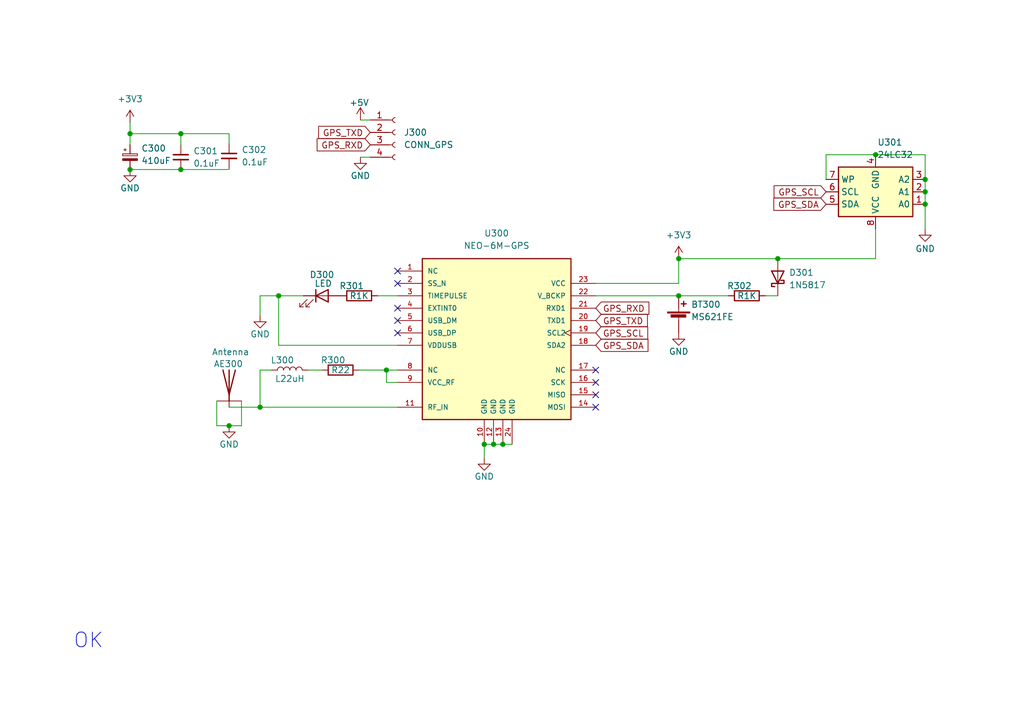
<source format=kicad_sch>
(kicad_sch (version 20230121) (generator eeschema)

  (uuid 40d6a689-7edd-456c-8e74-248901f3ecb8)

  (paper "A5")

  (lib_symbols
    (symbol "Connector:Conn_01x04_Female" (pin_names (offset 1.016) hide) (in_bom yes) (on_board yes)
      (property "Reference" "J" (at 0 5.08 0)
        (effects (font (size 1.27 1.27)))
      )
      (property "Value" "Conn_01x04_Female" (at 0 -7.62 0)
        (effects (font (size 1.27 1.27)))
      )
      (property "Footprint" "" (at 0 0 0)
        (effects (font (size 1.27 1.27)) hide)
      )
      (property "Datasheet" "~" (at 0 0 0)
        (effects (font (size 1.27 1.27)) hide)
      )
      (property "ki_keywords" "connector" (at 0 0 0)
        (effects (font (size 1.27 1.27)) hide)
      )
      (property "ki_description" "Generic connector, single row, 01x04, script generated (kicad-library-utils/schlib/autogen/connector/)" (at 0 0 0)
        (effects (font (size 1.27 1.27)) hide)
      )
      (property "ki_fp_filters" "Connector*:*_1x??_*" (at 0 0 0)
        (effects (font (size 1.27 1.27)) hide)
      )
      (symbol "Conn_01x04_Female_1_1"
        (arc (start 0 -4.572) (mid -0.5058 -5.08) (end 0 -5.588)
          (stroke (width 0.1524) (type default))
          (fill (type none))
        )
        (arc (start 0 -2.032) (mid -0.5058 -2.54) (end 0 -3.048)
          (stroke (width 0.1524) (type default))
          (fill (type none))
        )
        (polyline
          (pts
            (xy -1.27 -5.08)
            (xy -0.508 -5.08)
          )
          (stroke (width 0.1524) (type default))
          (fill (type none))
        )
        (polyline
          (pts
            (xy -1.27 -2.54)
            (xy -0.508 -2.54)
          )
          (stroke (width 0.1524) (type default))
          (fill (type none))
        )
        (polyline
          (pts
            (xy -1.27 0)
            (xy -0.508 0)
          )
          (stroke (width 0.1524) (type default))
          (fill (type none))
        )
        (polyline
          (pts
            (xy -1.27 2.54)
            (xy -0.508 2.54)
          )
          (stroke (width 0.1524) (type default))
          (fill (type none))
        )
        (arc (start 0 0.508) (mid -0.5058 0) (end 0 -0.508)
          (stroke (width 0.1524) (type default))
          (fill (type none))
        )
        (arc (start 0 3.048) (mid -0.5058 2.54) (end 0 2.032)
          (stroke (width 0.1524) (type default))
          (fill (type none))
        )
        (pin passive line (at -5.08 2.54 0) (length 3.81)
          (name "Pin_1" (effects (font (size 1.27 1.27))))
          (number "1" (effects (font (size 1.27 1.27))))
        )
        (pin passive line (at -5.08 0 0) (length 3.81)
          (name "Pin_2" (effects (font (size 1.27 1.27))))
          (number "2" (effects (font (size 1.27 1.27))))
        )
        (pin passive line (at -5.08 -2.54 0) (length 3.81)
          (name "Pin_3" (effects (font (size 1.27 1.27))))
          (number "3" (effects (font (size 1.27 1.27))))
        )
        (pin passive line (at -5.08 -5.08 0) (length 3.81)
          (name "Pin_4" (effects (font (size 1.27 1.27))))
          (number "4" (effects (font (size 1.27 1.27))))
        )
      )
    )
    (symbol "Device:Antenna" (pin_numbers hide) (pin_names (offset 1.016) hide) (in_bom yes) (on_board yes)
      (property "Reference" "AE300" (at -1.524 3.81 0)
        (effects (font (size 1.27 1.27)) (justify left))
      )
      (property "Value" "Antenna" (at -3.81 -7.366 0)
        (effects (font (size 1.27 1.27)) (justify left))
      )
      (property "Footprint" "SnapEDA Library:IPEX_20279-001E-03" (at 0 0 0)
        (effects (font (size 1.27 1.27)) hide)
      )
      (property "Datasheet" "~" (at 0 0 0)
        (effects (font (size 1.27 1.27)) hide)
      )
      (property "ki_keywords" "antenna" (at 0 0 0)
        (effects (font (size 1.27 1.27)) hide)
      )
      (property "ki_description" "Antenna" (at 0 0 0)
        (effects (font (size 1.27 1.27)) hide)
      )
      (symbol "Antenna_0_1"
        (polyline
          (pts
            (xy 0 2.54)
            (xy 0 -3.81)
          )
          (stroke (width 0.254) (type default))
          (fill (type none))
        )
        (polyline
          (pts
            (xy 1.27 2.54)
            (xy 0 -2.54)
            (xy -1.27 2.54)
          )
          (stroke (width 0.254) (type default))
          (fill (type none))
        )
      )
      (symbol "Antenna_1_1"
        (pin input line (at 0 -5.08 90) (length 2.54)
          (name "A" (effects (font (size 1.27 1.27))))
          (number "1" (effects (font (size 1.27 1.27))))
        )
        (pin input line (at -2.54 -3.81 0) (length 2.54)
          (name "2" (effects (font (size 1.27 1.27))))
          (number "2" (effects (font (size 1.27 1.27))))
        )
        (pin input line (at 2.54 -3.81 180) (length 2.54)
          (name "3" (effects (font (size 1.27 1.27))))
          (number "3" (effects (font (size 1.27 1.27))))
        )
      )
    )
    (symbol "Device:Battery_Cell" (pin_numbers hide) (pin_names (offset 0) hide) (in_bom yes) (on_board yes)
      (property "Reference" "BT" (at 2.54 2.54 0)
        (effects (font (size 1.27 1.27)) (justify left))
      )
      (property "Value" "Battery_Cell" (at 2.54 0 0)
        (effects (font (size 1.27 1.27)) (justify left))
      )
      (property "Footprint" "" (at 0 1.524 90)
        (effects (font (size 1.27 1.27)) hide)
      )
      (property "Datasheet" "~" (at 0 1.524 90)
        (effects (font (size 1.27 1.27)) hide)
      )
      (property "ki_keywords" "battery cell" (at 0 0 0)
        (effects (font (size 1.27 1.27)) hide)
      )
      (property "ki_description" "Single-cell battery" (at 0 0 0)
        (effects (font (size 1.27 1.27)) hide)
      )
      (symbol "Battery_Cell_0_1"
        (rectangle (start -2.286 1.778) (end 2.286 1.524)
          (stroke (width 0) (type default))
          (fill (type outline))
        )
        (rectangle (start -1.5748 1.1938) (end 1.4732 0.6858)
          (stroke (width 0) (type default))
          (fill (type outline))
        )
        (polyline
          (pts
            (xy 0 0.762)
            (xy 0 0)
          )
          (stroke (width 0) (type default))
          (fill (type none))
        )
        (polyline
          (pts
            (xy 0 1.778)
            (xy 0 2.54)
          )
          (stroke (width 0) (type default))
          (fill (type none))
        )
        (polyline
          (pts
            (xy 0.508 3.429)
            (xy 1.524 3.429)
          )
          (stroke (width 0.254) (type default))
          (fill (type none))
        )
        (polyline
          (pts
            (xy 1.016 3.937)
            (xy 1.016 2.921)
          )
          (stroke (width 0.254) (type default))
          (fill (type none))
        )
      )
      (symbol "Battery_Cell_1_1"
        (pin passive line (at 0 5.08 270) (length 2.54)
          (name "+" (effects (font (size 1.27 1.27))))
          (number "1" (effects (font (size 1.27 1.27))))
        )
        (pin passive line (at 0 -2.54 90) (length 2.54)
          (name "-" (effects (font (size 1.27 1.27))))
          (number "2" (effects (font (size 1.27 1.27))))
        )
      )
    )
    (symbol "Device:C_Polarized_Small" (pin_numbers hide) (pin_names (offset 0.254) hide) (in_bom yes) (on_board yes)
      (property "Reference" "C" (at 0.254 1.778 0)
        (effects (font (size 1.27 1.27)) (justify left))
      )
      (property "Value" "C_Polarized_Small" (at 0.254 -2.032 0)
        (effects (font (size 1.27 1.27)) (justify left))
      )
      (property "Footprint" "" (at 0 0 0)
        (effects (font (size 1.27 1.27)) hide)
      )
      (property "Datasheet" "~" (at 0 0 0)
        (effects (font (size 1.27 1.27)) hide)
      )
      (property "ki_keywords" "cap capacitor" (at 0 0 0)
        (effects (font (size 1.27 1.27)) hide)
      )
      (property "ki_description" "Polarized capacitor, small symbol" (at 0 0 0)
        (effects (font (size 1.27 1.27)) hide)
      )
      (property "ki_fp_filters" "CP_*" (at 0 0 0)
        (effects (font (size 1.27 1.27)) hide)
      )
      (symbol "C_Polarized_Small_0_1"
        (rectangle (start -1.524 -0.3048) (end 1.524 -0.6858)
          (stroke (width 0) (type default))
          (fill (type outline))
        )
        (rectangle (start -1.524 0.6858) (end 1.524 0.3048)
          (stroke (width 0) (type default))
          (fill (type none))
        )
        (polyline
          (pts
            (xy -1.27 1.524)
            (xy -0.762 1.524)
          )
          (stroke (width 0) (type default))
          (fill (type none))
        )
        (polyline
          (pts
            (xy -1.016 1.27)
            (xy -1.016 1.778)
          )
          (stroke (width 0) (type default))
          (fill (type none))
        )
      )
      (symbol "C_Polarized_Small_1_1"
        (pin passive line (at 0 2.54 270) (length 1.8542)
          (name "~" (effects (font (size 1.27 1.27))))
          (number "1" (effects (font (size 1.27 1.27))))
        )
        (pin passive line (at 0 -2.54 90) (length 1.8542)
          (name "~" (effects (font (size 1.27 1.27))))
          (number "2" (effects (font (size 1.27 1.27))))
        )
      )
    )
    (symbol "Device:C_Small" (pin_numbers hide) (pin_names (offset 0.254) hide) (in_bom yes) (on_board yes)
      (property "Reference" "C" (at 0.254 1.778 0)
        (effects (font (size 1.27 1.27)) (justify left))
      )
      (property "Value" "C_Small" (at 0.254 -2.032 0)
        (effects (font (size 1.27 1.27)) (justify left))
      )
      (property "Footprint" "" (at 0 0 0)
        (effects (font (size 1.27 1.27)) hide)
      )
      (property "Datasheet" "~" (at 0 0 0)
        (effects (font (size 1.27 1.27)) hide)
      )
      (property "ki_keywords" "capacitor cap" (at 0 0 0)
        (effects (font (size 1.27 1.27)) hide)
      )
      (property "ki_description" "Unpolarized capacitor, small symbol" (at 0 0 0)
        (effects (font (size 1.27 1.27)) hide)
      )
      (property "ki_fp_filters" "C_*" (at 0 0 0)
        (effects (font (size 1.27 1.27)) hide)
      )
      (symbol "C_Small_0_1"
        (polyline
          (pts
            (xy -1.524 -0.508)
            (xy 1.524 -0.508)
          )
          (stroke (width 0.3302) (type default))
          (fill (type none))
        )
        (polyline
          (pts
            (xy -1.524 0.508)
            (xy 1.524 0.508)
          )
          (stroke (width 0.3048) (type default))
          (fill (type none))
        )
      )
      (symbol "C_Small_1_1"
        (pin passive line (at 0 2.54 270) (length 2.032)
          (name "~" (effects (font (size 1.27 1.27))))
          (number "1" (effects (font (size 1.27 1.27))))
        )
        (pin passive line (at 0 -2.54 90) (length 2.032)
          (name "~" (effects (font (size 1.27 1.27))))
          (number "2" (effects (font (size 1.27 1.27))))
        )
      )
    )
    (symbol "Device:L" (pin_numbers hide) (pin_names (offset 1.016) hide) (in_bom yes) (on_board yes)
      (property "Reference" "L" (at -1.27 0 90)
        (effects (font (size 1.27 1.27)))
      )
      (property "Value" "L" (at 1.905 0 90)
        (effects (font (size 1.27 1.27)))
      )
      (property "Footprint" "" (at 0 0 0)
        (effects (font (size 1.27 1.27)) hide)
      )
      (property "Datasheet" "~" (at 0 0 0)
        (effects (font (size 1.27 1.27)) hide)
      )
      (property "ki_keywords" "inductor choke coil reactor magnetic" (at 0 0 0)
        (effects (font (size 1.27 1.27)) hide)
      )
      (property "ki_description" "Inductor" (at 0 0 0)
        (effects (font (size 1.27 1.27)) hide)
      )
      (property "ki_fp_filters" "Choke_* *Coil* Inductor_* L_*" (at 0 0 0)
        (effects (font (size 1.27 1.27)) hide)
      )
      (symbol "L_0_1"
        (arc (start 0 -2.54) (mid 0.6323 -1.905) (end 0 -1.27)
          (stroke (width 0) (type default))
          (fill (type none))
        )
        (arc (start 0 -1.27) (mid 0.6323 -0.635) (end 0 0)
          (stroke (width 0) (type default))
          (fill (type none))
        )
        (arc (start 0 0) (mid 0.6323 0.635) (end 0 1.27)
          (stroke (width 0) (type default))
          (fill (type none))
        )
        (arc (start 0 1.27) (mid 0.6323 1.905) (end 0 2.54)
          (stroke (width 0) (type default))
          (fill (type none))
        )
      )
      (symbol "L_1_1"
        (pin passive line (at 0 3.81 270) (length 1.27)
          (name "1" (effects (font (size 1.27 1.27))))
          (number "1" (effects (font (size 1.27 1.27))))
        )
        (pin passive line (at 0 -3.81 90) (length 1.27)
          (name "2" (effects (font (size 1.27 1.27))))
          (number "2" (effects (font (size 1.27 1.27))))
        )
      )
    )
    (symbol "Device:LED" (pin_numbers hide) (pin_names (offset 1.016) hide) (in_bom yes) (on_board yes)
      (property "Reference" "D" (at 0 2.54 0)
        (effects (font (size 1.27 1.27)))
      )
      (property "Value" "LED" (at 0 -2.54 0)
        (effects (font (size 1.27 1.27)))
      )
      (property "Footprint" "" (at 0 0 0)
        (effects (font (size 1.27 1.27)) hide)
      )
      (property "Datasheet" "~" (at 0 0 0)
        (effects (font (size 1.27 1.27)) hide)
      )
      (property "ki_keywords" "LED diode" (at 0 0 0)
        (effects (font (size 1.27 1.27)) hide)
      )
      (property "ki_description" "Light emitting diode" (at 0 0 0)
        (effects (font (size 1.27 1.27)) hide)
      )
      (property "ki_fp_filters" "LED* LED_SMD:* LED_THT:*" (at 0 0 0)
        (effects (font (size 1.27 1.27)) hide)
      )
      (symbol "LED_0_1"
        (polyline
          (pts
            (xy -1.27 -1.27)
            (xy -1.27 1.27)
          )
          (stroke (width 0.254) (type default))
          (fill (type none))
        )
        (polyline
          (pts
            (xy -1.27 0)
            (xy 1.27 0)
          )
          (stroke (width 0) (type default))
          (fill (type none))
        )
        (polyline
          (pts
            (xy 1.27 -1.27)
            (xy 1.27 1.27)
            (xy -1.27 0)
            (xy 1.27 -1.27)
          )
          (stroke (width 0.254) (type default))
          (fill (type none))
        )
        (polyline
          (pts
            (xy -3.048 -0.762)
            (xy -4.572 -2.286)
            (xy -3.81 -2.286)
            (xy -4.572 -2.286)
            (xy -4.572 -1.524)
          )
          (stroke (width 0) (type default))
          (fill (type none))
        )
        (polyline
          (pts
            (xy -1.778 -0.762)
            (xy -3.302 -2.286)
            (xy -2.54 -2.286)
            (xy -3.302 -2.286)
            (xy -3.302 -1.524)
          )
          (stroke (width 0) (type default))
          (fill (type none))
        )
      )
      (symbol "LED_1_1"
        (pin passive line (at -3.81 0 0) (length 2.54)
          (name "K" (effects (font (size 1.27 1.27))))
          (number "1" (effects (font (size 1.27 1.27))))
        )
        (pin passive line (at 3.81 0 180) (length 2.54)
          (name "A" (effects (font (size 1.27 1.27))))
          (number "2" (effects (font (size 1.27 1.27))))
        )
      )
    )
    (symbol "Device:R" (pin_numbers hide) (pin_names (offset 0)) (in_bom yes) (on_board yes)
      (property "Reference" "R" (at 2.032 0 90)
        (effects (font (size 1.27 1.27)))
      )
      (property "Value" "R" (at 0 0 90)
        (effects (font (size 1.27 1.27)))
      )
      (property "Footprint" "" (at -1.778 0 90)
        (effects (font (size 1.27 1.27)) hide)
      )
      (property "Datasheet" "~" (at 0 0 0)
        (effects (font (size 1.27 1.27)) hide)
      )
      (property "ki_keywords" "R res resistor" (at 0 0 0)
        (effects (font (size 1.27 1.27)) hide)
      )
      (property "ki_description" "Resistor" (at 0 0 0)
        (effects (font (size 1.27 1.27)) hide)
      )
      (property "ki_fp_filters" "R_*" (at 0 0 0)
        (effects (font (size 1.27 1.27)) hide)
      )
      (symbol "R_0_1"
        (rectangle (start -1.016 -2.54) (end 1.016 2.54)
          (stroke (width 0.254) (type default))
          (fill (type none))
        )
      )
      (symbol "R_1_1"
        (pin passive line (at 0 3.81 270) (length 1.27)
          (name "~" (effects (font (size 1.27 1.27))))
          (number "1" (effects (font (size 1.27 1.27))))
        )
        (pin passive line (at 0 -3.81 90) (length 1.27)
          (name "~" (effects (font (size 1.27 1.27))))
          (number "2" (effects (font (size 1.27 1.27))))
        )
      )
    )
    (symbol "Diode:1N5817" (pin_numbers hide) (pin_names (offset 1.016) hide) (in_bom yes) (on_board yes)
      (property "Reference" "D" (at 0 2.54 0)
        (effects (font (size 1.27 1.27)))
      )
      (property "Value" "1N5817" (at 0 -2.54 0)
        (effects (font (size 1.27 1.27)))
      )
      (property "Footprint" "Diode_THT:D_DO-41_SOD81_P10.16mm_Horizontal" (at 0 -4.445 0)
        (effects (font (size 1.27 1.27)) hide)
      )
      (property "Datasheet" "http://www.vishay.com/docs/88525/1n5817.pdf" (at 0 0 0)
        (effects (font (size 1.27 1.27)) hide)
      )
      (property "ki_keywords" "diode Schottky" (at 0 0 0)
        (effects (font (size 1.27 1.27)) hide)
      )
      (property "ki_description" "20V 1A Schottky Barrier Rectifier Diode, DO-41" (at 0 0 0)
        (effects (font (size 1.27 1.27)) hide)
      )
      (property "ki_fp_filters" "D*DO?41*" (at 0 0 0)
        (effects (font (size 1.27 1.27)) hide)
      )
      (symbol "1N5817_0_1"
        (polyline
          (pts
            (xy 1.27 0)
            (xy -1.27 0)
          )
          (stroke (width 0) (type default))
          (fill (type none))
        )
        (polyline
          (pts
            (xy 1.27 1.27)
            (xy 1.27 -1.27)
            (xy -1.27 0)
            (xy 1.27 1.27)
          )
          (stroke (width 0.254) (type default))
          (fill (type none))
        )
        (polyline
          (pts
            (xy -1.905 0.635)
            (xy -1.905 1.27)
            (xy -1.27 1.27)
            (xy -1.27 -1.27)
            (xy -0.635 -1.27)
            (xy -0.635 -0.635)
          )
          (stroke (width 0.254) (type default))
          (fill (type none))
        )
      )
      (symbol "1N5817_1_1"
        (pin passive line (at -3.81 0 0) (length 2.54)
          (name "K" (effects (font (size 1.27 1.27))))
          (number "1" (effects (font (size 1.27 1.27))))
        )
        (pin passive line (at 3.81 0 180) (length 2.54)
          (name "A" (effects (font (size 1.27 1.27))))
          (number "2" (effects (font (size 1.27 1.27))))
        )
      )
    )
    (symbol "GPS:NEO-6M-GPS" (pin_names (offset 1.016)) (in_bom yes) (on_board yes)
      (property "Reference" "U?" (at 0 30.607 0)
        (effects (font (size 1.27 1.27)))
      )
      (property "Value" "NEO-6M-GPS" (at 0 28.067 0)
        (effects (font (size 1.27 1.27)))
      )
      (property "Footprint" "Custom_GPS:XCVR_NEO-6M-GPS" (at -47.625 -27.051 0)
        (effects (font (size 1.27 1.27)) (justify bottom) hide)
      )
      (property "Datasheet" "" (at 0 -10.16 0)
        (effects (font (size 1.27 1.27)) hide)
      )
      (property "PARTREV" "R15" (at -41.529 -20.701 0)
        (effects (font (size 1.27 1.27)) (justify bottom) hide)
      )
      (property "STANDARD" "Manufacturer Recommendations" (at -47.625 -16.637 0)
        (effects (font (size 1.27 1.27)) (justify bottom) hide)
      )
      (property "MANUFACTURER" "U-Blox" (at -50.673 -20.955 0)
        (effects (font (size 1.27 1.27)) (justify bottom) hide)
      )
      (symbol "NEO-6M-GPS_0_0"
        (rectangle (start -15.24 25.4) (end 15.24 -7.62)
          (stroke (width 0.254) (type default))
          (fill (type background))
        )
        (pin input line (at -20.32 22.86 0) (length 5.08)
          (name "NC" (effects (font (size 1.016 1.016))))
          (number "1" (effects (font (size 1.016 1.016))))
        )
        (pin power_in line (at -2.54 -12.7 90) (length 5.08)
          (name "GND" (effects (font (size 1.016 1.016))))
          (number "10" (effects (font (size 1.016 1.016))))
        )
        (pin input line (at -20.32 -5.08 0) (length 5.08)
          (name "RF_IN" (effects (font (size 1.016 1.016))))
          (number "11" (effects (font (size 1.016 1.016))))
        )
        (pin power_in line (at -0.635 -12.7 90) (length 5.08)
          (name "GND" (effects (font (size 1.016 1.016))))
          (number "12" (effects (font (size 1.016 1.016))))
        )
        (pin power_in line (at 1.27 -12.7 90) (length 5.08)
          (name "GND" (effects (font (size 1.016 1.016))))
          (number "13" (effects (font (size 1.016 1.016))))
        )
        (pin bidirectional line (at 20.32 -5.08 180) (length 5.08)
          (name "MOSI" (effects (font (size 1.016 1.016))))
          (number "14" (effects (font (size 1.016 1.016))))
        )
        (pin input line (at 20.32 -2.54 180) (length 5.08)
          (name "MISO" (effects (font (size 1.016 1.016))))
          (number "15" (effects (font (size 1.016 1.016))))
        )
        (pin input line (at 20.32 0 180) (length 5.08)
          (name "SCK" (effects (font (size 1.016 1.016))))
          (number "16" (effects (font (size 1.016 1.016))))
        )
        (pin passive line (at 20.32 2.54 180) (length 5.08)
          (name "NC" (effects (font (size 1.016 1.016))))
          (number "17" (effects (font (size 1.016 1.016))))
        )
        (pin bidirectional line (at 20.32 7.62 180) (length 5.08)
          (name "SDA2" (effects (font (size 1.016 1.016))))
          (number "18" (effects (font (size 1.016 1.016))))
        )
        (pin bidirectional clock (at 20.32 10.16 180) (length 5.08)
          (name "SCL2" (effects (font (size 1.016 1.016))))
          (number "19" (effects (font (size 1.016 1.016))))
        )
        (pin input line (at -20.32 20.32 0) (length 5.08)
          (name "SS_N" (effects (font (size 1.016 1.016))))
          (number "2" (effects (font (size 1.016 1.016))))
        )
        (pin output line (at 20.32 12.7 180) (length 5.08)
          (name "TXD1" (effects (font (size 1.016 1.016))))
          (number "20" (effects (font (size 1.016 1.016))))
        )
        (pin input line (at 20.32 15.24 180) (length 5.08)
          (name "RXD1" (effects (font (size 1.016 1.016))))
          (number "21" (effects (font (size 1.016 1.016))))
        )
        (pin power_in line (at 20.32 17.78 180) (length 5.08)
          (name "V_BCKP" (effects (font (size 1.016 1.016))))
          (number "22" (effects (font (size 1.016 1.016))))
        )
        (pin power_in line (at 20.32 20.32 180) (length 5.08)
          (name "VCC" (effects (font (size 1.016 1.016))))
          (number "23" (effects (font (size 1.016 1.016))))
        )
        (pin power_in line (at 3.175 -12.7 90) (length 5.08)
          (name "GND" (effects (font (size 1.016 1.016))))
          (number "24" (effects (font (size 1.016 1.016))))
        )
        (pin output line (at -20.32 17.78 0) (length 5.08)
          (name "TIMEPULSE" (effects (font (size 1.016 1.016))))
          (number "3" (effects (font (size 1.016 1.016))))
        )
        (pin input line (at -20.32 15.24 0) (length 5.08)
          (name "EXTINT0" (effects (font (size 1.016 1.016))))
          (number "4" (effects (font (size 1.016 1.016))))
        )
        (pin bidirectional line (at -20.32 12.7 0) (length 5.08)
          (name "USB_DM" (effects (font (size 1.016 1.016))))
          (number "5" (effects (font (size 1.016 1.016))))
        )
        (pin bidirectional line (at -20.32 10.16 0) (length 5.08)
          (name "USB_DP" (effects (font (size 1.016 1.016))))
          (number "6" (effects (font (size 1.016 1.016))))
        )
        (pin power_in line (at -20.32 7.62 0) (length 5.08)
          (name "VDDUSB" (effects (font (size 1.016 1.016))))
          (number "7" (effects (font (size 1.016 1.016))))
        )
        (pin passive line (at -20.32 2.54 0) (length 5.08)
          (name "NC" (effects (font (size 1.016 1.016))))
          (number "8" (effects (font (size 1.016 1.016))))
        )
        (pin output line (at -20.32 0 0) (length 5.08)
          (name "VCC_RF" (effects (font (size 1.016 1.016))))
          (number "9" (effects (font (size 1.016 1.016))))
        )
      )
    )
    (symbol "Memory_EEPROM:24LC32" (in_bom yes) (on_board yes)
      (property "Reference" "U" (at -6.35 6.35 0)
        (effects (font (size 1.27 1.27)))
      )
      (property "Value" "24LC32" (at 1.27 6.35 0)
        (effects (font (size 1.27 1.27)) (justify left))
      )
      (property "Footprint" "" (at 0 0 0)
        (effects (font (size 1.27 1.27)) hide)
      )
      (property "Datasheet" "http://ww1.microchip.com/downloads/en/DeviceDoc/21072G.pdf" (at 0 0 0)
        (effects (font (size 1.27 1.27)) hide)
      )
      (property "ki_keywords" "I2C Serial EEPROM" (at 0 0 0)
        (effects (font (size 1.27 1.27)) hide)
      )
      (property "ki_description" "I2C Serial EEPROM, 32Kb, DIP-8/SOIC-8/TSSOP-8/DFN-8" (at 0 0 0)
        (effects (font (size 1.27 1.27)) hide)
      )
      (property "ki_fp_filters" "DIP*W7.62mm* SOIC*3.9x4.9mm* TSSOP*4.4x3mm*P0.65mm* DFN*3x2mm*P0.5mm*" (at 0 0 0)
        (effects (font (size 1.27 1.27)) hide)
      )
      (symbol "24LC32_1_1"
        (rectangle (start -7.62 5.08) (end 7.62 -5.08)
          (stroke (width 0.254) (type default))
          (fill (type background))
        )
        (pin input line (at -10.16 2.54 0) (length 2.54)
          (name "A0" (effects (font (size 1.27 1.27))))
          (number "1" (effects (font (size 1.27 1.27))))
        )
        (pin input line (at -10.16 0 0) (length 2.54)
          (name "A1" (effects (font (size 1.27 1.27))))
          (number "2" (effects (font (size 1.27 1.27))))
        )
        (pin input line (at -10.16 -2.54 0) (length 2.54)
          (name "A2" (effects (font (size 1.27 1.27))))
          (number "3" (effects (font (size 1.27 1.27))))
        )
        (pin power_in line (at 0 -7.62 90) (length 2.54)
          (name "GND" (effects (font (size 1.27 1.27))))
          (number "4" (effects (font (size 1.27 1.27))))
        )
        (pin bidirectional line (at 10.16 2.54 180) (length 2.54)
          (name "SDA" (effects (font (size 1.27 1.27))))
          (number "5" (effects (font (size 1.27 1.27))))
        )
        (pin input line (at 10.16 0 180) (length 2.54)
          (name "SCL" (effects (font (size 1.27 1.27))))
          (number "6" (effects (font (size 1.27 1.27))))
        )
        (pin input line (at 10.16 -2.54 180) (length 2.54)
          (name "WP" (effects (font (size 1.27 1.27))))
          (number "7" (effects (font (size 1.27 1.27))))
        )
        (pin power_in line (at 0 7.62 270) (length 2.54)
          (name "VCC" (effects (font (size 1.27 1.27))))
          (number "8" (effects (font (size 1.27 1.27))))
        )
      )
    )
    (symbol "power:+3V3" (power) (pin_names (offset 0)) (in_bom yes) (on_board yes)
      (property "Reference" "#PWR" (at 0 -3.81 0)
        (effects (font (size 1.27 1.27)) hide)
      )
      (property "Value" "+3V3" (at 0 3.556 0)
        (effects (font (size 1.27 1.27)))
      )
      (property "Footprint" "" (at 0 0 0)
        (effects (font (size 1.27 1.27)) hide)
      )
      (property "Datasheet" "" (at 0 0 0)
        (effects (font (size 1.27 1.27)) hide)
      )
      (property "ki_keywords" "power-flag" (at 0 0 0)
        (effects (font (size 1.27 1.27)) hide)
      )
      (property "ki_description" "Power symbol creates a global label with name \"+3V3\"" (at 0 0 0)
        (effects (font (size 1.27 1.27)) hide)
      )
      (symbol "+3V3_0_1"
        (polyline
          (pts
            (xy -0.762 1.27)
            (xy 0 2.54)
          )
          (stroke (width 0) (type default))
          (fill (type none))
        )
        (polyline
          (pts
            (xy 0 0)
            (xy 0 2.54)
          )
          (stroke (width 0) (type default))
          (fill (type none))
        )
        (polyline
          (pts
            (xy 0 2.54)
            (xy 0.762 1.27)
          )
          (stroke (width 0) (type default))
          (fill (type none))
        )
      )
      (symbol "+3V3_1_1"
        (pin power_in line (at 0 0 90) (length 0) hide
          (name "+3V3" (effects (font (size 1.27 1.27))))
          (number "1" (effects (font (size 1.27 1.27))))
        )
      )
    )
    (symbol "power:+5V" (power) (pin_names (offset 0)) (in_bom yes) (on_board yes)
      (property "Reference" "#PWR" (at 0 -3.81 0)
        (effects (font (size 1.27 1.27)) hide)
      )
      (property "Value" "+5V" (at 0 3.556 0)
        (effects (font (size 1.27 1.27)))
      )
      (property "Footprint" "" (at 0 0 0)
        (effects (font (size 1.27 1.27)) hide)
      )
      (property "Datasheet" "" (at 0 0 0)
        (effects (font (size 1.27 1.27)) hide)
      )
      (property "ki_keywords" "power-flag" (at 0 0 0)
        (effects (font (size 1.27 1.27)) hide)
      )
      (property "ki_description" "Power symbol creates a global label with name \"+5V\"" (at 0 0 0)
        (effects (font (size 1.27 1.27)) hide)
      )
      (symbol "+5V_0_1"
        (polyline
          (pts
            (xy -0.762 1.27)
            (xy 0 2.54)
          )
          (stroke (width 0) (type default))
          (fill (type none))
        )
        (polyline
          (pts
            (xy 0 0)
            (xy 0 2.54)
          )
          (stroke (width 0) (type default))
          (fill (type none))
        )
        (polyline
          (pts
            (xy 0 2.54)
            (xy 0.762 1.27)
          )
          (stroke (width 0) (type default))
          (fill (type none))
        )
      )
      (symbol "+5V_1_1"
        (pin power_in line (at 0 0 90) (length 0) hide
          (name "+5V" (effects (font (size 1.27 1.27))))
          (number "1" (effects (font (size 1.27 1.27))))
        )
      )
    )
    (symbol "power:GND" (power) (pin_names (offset 0)) (in_bom yes) (on_board yes)
      (property "Reference" "#PWR" (at 0 -6.35 0)
        (effects (font (size 1.27 1.27)) hide)
      )
      (property "Value" "GND" (at 0 -3.81 0)
        (effects (font (size 1.27 1.27)))
      )
      (property "Footprint" "" (at 0 0 0)
        (effects (font (size 1.27 1.27)) hide)
      )
      (property "Datasheet" "" (at 0 0 0)
        (effects (font (size 1.27 1.27)) hide)
      )
      (property "ki_keywords" "power-flag" (at 0 0 0)
        (effects (font (size 1.27 1.27)) hide)
      )
      (property "ki_description" "Power symbol creates a global label with name \"GND\" , ground" (at 0 0 0)
        (effects (font (size 1.27 1.27)) hide)
      )
      (symbol "GND_0_1"
        (polyline
          (pts
            (xy 0 0)
            (xy 0 -1.27)
            (xy 1.27 -1.27)
            (xy 0 -2.54)
            (xy -1.27 -1.27)
            (xy 0 -1.27)
          )
          (stroke (width 0) (type default))
          (fill (type none))
        )
      )
      (symbol "GND_1_1"
        (pin power_in line (at 0 0 270) (length 0) hide
          (name "GND" (effects (font (size 1.27 1.27))))
          (number "1" (effects (font (size 1.27 1.27))))
        )
      )
    )
  )

  (junction (at 179.578 31.75) (diameter 0) (color 0 0 0 0)
    (uuid 0c13a095-184c-4738-b15f-dc7cf6945aab)
  )
  (junction (at 189.738 36.83) (diameter 0) (color 0 0 0 0)
    (uuid 2c805802-27f4-4a0d-8570-46d6e4cd3d33)
  )
  (junction (at 189.738 39.37) (diameter 0) (color 0 0 0 0)
    (uuid 3d114889-633d-44df-8719-031dab9493ee)
  )
  (junction (at 26.67 34.798) (diameter 0) (color 0 0 0 0)
    (uuid 3ebd414d-8948-4d10-83ce-5e63615269a5)
  )
  (junction (at 46.99 87.376) (diameter 0) (color 0 0 0 0)
    (uuid 3ebf099d-2bf3-4fc2-8025-024b4c59f831)
  )
  (junction (at 139.192 60.706) (diameter 0) (color 0 0 0 0)
    (uuid 492bcf0a-3697-4b04-b203-89cfb580c8b2)
  )
  (junction (at 37.084 27.432) (diameter 0) (color 0 0 0 0)
    (uuid 5486ce6e-303d-4c3d-a3e3-5e427f4b5594)
  )
  (junction (at 99.314 91.186) (diameter 0) (color 0 0 0 0)
    (uuid 5520cdd6-0ea5-4a8c-8baa-d1b8cdfe6fef)
  )
  (junction (at 139.192 53.086) (diameter 0) (color 0 0 0 0)
    (uuid 7832072e-a714-4d6c-8ca4-12205913691a)
  )
  (junction (at 101.219 91.186) (diameter 0) (color 0 0 0 0)
    (uuid 7cdcd7a2-a031-4c3c-a702-31c1ce132b99)
  )
  (junction (at 57.15 60.706) (diameter 0) (color 0 0 0 0)
    (uuid a312d806-3edf-40df-81ff-8ab6793c1ec1)
  )
  (junction (at 26.67 27.432) (diameter 0) (color 0 0 0 0)
    (uuid a683264a-0e2d-4449-931f-1334b9a2960b)
  )
  (junction (at 37.084 34.798) (diameter 0) (color 0 0 0 0)
    (uuid abfd392b-0ac9-4830-8b51-606e692b930a)
  )
  (junction (at 53.34 83.566) (diameter 0) (color 0 0 0 0)
    (uuid b39e6f11-56dc-4163-ad96-59ed73868b40)
  )
  (junction (at 159.512 53.086) (diameter 0) (color 0 0 0 0)
    (uuid bdaf62af-f081-4873-8685-2617c65d2abf)
  )
  (junction (at 103.124 91.186) (diameter 0) (color 0 0 0 0)
    (uuid c79095d2-4a28-4278-98d2-0bac2d699039)
  )
  (junction (at 189.738 41.91) (diameter 0) (color 0 0 0 0)
    (uuid dfc597b6-ac43-4d03-8f9d-e36fd424ef8a)
  )
  (junction (at 79.248 75.946) (diameter 0) (color 0 0 0 0)
    (uuid fb2f47ef-1e9f-4cd3-8474-b958af5229f8)
  )

  (no_connect (at 122.174 78.486) (uuid 8e57a52b-1a84-417c-89d7-27a169ac75c3))
  (no_connect (at 122.174 75.946) (uuid 8e57a52b-1a84-417c-89d7-27a169ac75c4))
  (no_connect (at 122.174 81.026) (uuid 8e57a52b-1a84-417c-89d7-27a169ac75c5))
  (no_connect (at 81.534 58.166) (uuid 8e57a52b-1a84-417c-89d7-27a169ac75c6))
  (no_connect (at 81.534 63.246) (uuid 8e57a52b-1a84-417c-89d7-27a169ac75c7))
  (no_connect (at 81.534 55.626) (uuid 8e57a52b-1a84-417c-89d7-27a169ac75c8))
  (no_connect (at 81.534 65.786) (uuid 8e57a52b-1a84-417c-89d7-27a169ac75c9))
  (no_connect (at 81.534 68.326) (uuid 8e57a52b-1a84-417c-89d7-27a169ac75ca))
  (no_connect (at 122.174 83.566) (uuid 8e57a52b-1a84-417c-89d7-27a169ac75cb))

  (wire (pts (xy 169.418 31.75) (xy 179.578 31.75))
    (stroke (width 0) (type default))
    (uuid 025dad1b-36da-4235-a4a7-4a32e8261f2f)
  )
  (wire (pts (xy 37.084 29.718) (xy 37.084 27.432))
    (stroke (width 0) (type default))
    (uuid 0d6be845-d23b-4ce1-b64a-b53362570afe)
  )
  (wire (pts (xy 179.578 31.75) (xy 189.738 31.75))
    (stroke (width 0) (type default))
    (uuid 0e79a5a0-fdcf-45d7-aa6d-1b41ed248341)
  )
  (wire (pts (xy 139.192 58.166) (xy 139.192 53.086))
    (stroke (width 0) (type default))
    (uuid 0eaec613-05d7-41be-8027-8e829f51f598)
  )
  (wire (pts (xy 37.084 27.432) (xy 26.67 27.432))
    (stroke (width 0) (type default))
    (uuid 0f185197-7183-4773-8db5-bbbaedcb8564)
  )
  (wire (pts (xy 46.99 34.798) (xy 37.084 34.798))
    (stroke (width 0) (type default))
    (uuid 1cb38ffb-af60-45fb-8f7d-8b36c57706bb)
  )
  (wire (pts (xy 26.67 25.146) (xy 26.67 27.432))
    (stroke (width 0) (type default))
    (uuid 1d4a91cd-0580-4120-8ba6-8aa1de7076f7)
  )
  (wire (pts (xy 169.418 36.83) (xy 169.418 31.75))
    (stroke (width 0) (type default))
    (uuid 25286c72-83b8-4230-bf64-286adea49231)
  )
  (wire (pts (xy 53.34 60.706) (xy 57.15 60.706))
    (stroke (width 0) (type default))
    (uuid 335b8f6b-cc24-46a2-b3db-552b834e2500)
  )
  (wire (pts (xy 49.53 87.376) (xy 49.53 82.296))
    (stroke (width 0) (type default))
    (uuid 35556b1f-1c07-4b2d-8aa9-2fe3a7af4dce)
  )
  (wire (pts (xy 189.738 41.91) (xy 189.738 46.99))
    (stroke (width 0) (type default))
    (uuid 37f8a1c7-7ea3-4cde-8a42-b8041e99892d)
  )
  (wire (pts (xy 44.45 82.296) (xy 44.45 87.376))
    (stroke (width 0) (type default))
    (uuid 3993ff29-dd0f-403e-964e-f12c43beac70)
  )
  (wire (pts (xy 99.314 91.186) (xy 101.219 91.186))
    (stroke (width 0) (type default))
    (uuid 3d762e3a-1a18-4c3b-a6c6-132506954885)
  )
  (wire (pts (xy 73.66 75.946) (xy 79.248 75.946))
    (stroke (width 0) (type default))
    (uuid 3d7caf0b-0ac9-4bb6-92fa-3fa45eeef34d)
  )
  (wire (pts (xy 73.914 32.258) (xy 75.946 32.258))
    (stroke (width 0) (type default))
    (uuid 419b3268-af9d-459b-ba38-d421aff81240)
  )
  (wire (pts (xy 46.99 87.376) (xy 49.53 87.376))
    (stroke (width 0) (type default))
    (uuid 453cc6bb-05d9-4df7-8179-6b5a1681faa8)
  )
  (wire (pts (xy 122.174 60.706) (xy 139.192 60.706))
    (stroke (width 0) (type default))
    (uuid 54192dfc-c93d-4268-8e2b-3df6d25c616d)
  )
  (wire (pts (xy 81.534 70.866) (xy 57.15 70.866))
    (stroke (width 0) (type default))
    (uuid 54486f5e-57f4-4afd-97e5-94d883ebe5ce)
  )
  (wire (pts (xy 122.174 58.166) (xy 139.192 58.166))
    (stroke (width 0) (type default))
    (uuid 5a425afa-3fc1-4ef6-9893-89b7ba83d6f0)
  )
  (wire (pts (xy 79.248 78.486) (xy 79.248 75.946))
    (stroke (width 0) (type default))
    (uuid 5b43a385-034d-4dc3-ab79-eddf56bae9c7)
  )
  (wire (pts (xy 53.34 83.566) (xy 81.534 83.566))
    (stroke (width 0) (type default))
    (uuid 60e957d3-3233-42af-ab1a-bfade84e010f)
  )
  (wire (pts (xy 179.578 53.086) (xy 159.512 53.086))
    (stroke (width 0) (type default))
    (uuid 65db864d-4390-48db-9c5e-7f307125f01e)
  )
  (wire (pts (xy 55.626 75.946) (xy 53.34 75.946))
    (stroke (width 0) (type default))
    (uuid 6c0f0a57-1a03-44d5-bd9a-6e68441b3a5d)
  )
  (wire (pts (xy 81.534 78.486) (xy 79.248 78.486))
    (stroke (width 0) (type default))
    (uuid 758ab6d8-1e9d-42b5-8a64-95e81941d9eb)
  )
  (wire (pts (xy 73.914 24.638) (xy 75.946 24.638))
    (stroke (width 0) (type default))
    (uuid 7c0cd5e1-1387-403a-9110-65cde6376eda)
  )
  (wire (pts (xy 57.15 70.866) (xy 57.15 60.706))
    (stroke (width 0) (type default))
    (uuid 80268483-25af-47b6-8ff2-c8c620985375)
  )
  (wire (pts (xy 189.738 36.83) (xy 189.738 39.37))
    (stroke (width 0) (type default))
    (uuid 81aa7541-dd20-4f21-80e6-ab801142127a)
  )
  (wire (pts (xy 57.15 60.706) (xy 62.23 60.706))
    (stroke (width 0) (type default))
    (uuid 847eefcf-b2f0-4233-b4d4-ec78366b9e3d)
  )
  (wire (pts (xy 46.99 83.566) (xy 53.34 83.566))
    (stroke (width 0) (type default))
    (uuid 85bd8410-5ec1-4807-be8a-c85dd4ca8809)
  )
  (wire (pts (xy 53.34 75.946) (xy 53.34 83.566))
    (stroke (width 0) (type default))
    (uuid 887cf181-d398-4d1f-883c-9f43aa5bac62)
  )
  (wire (pts (xy 46.99 27.432) (xy 37.084 27.432))
    (stroke (width 0) (type default))
    (uuid 8ef7e44a-35b8-4a65-9bf0-9cc8d97bcfff)
  )
  (wire (pts (xy 63.246 75.946) (xy 66.04 75.946))
    (stroke (width 0) (type default))
    (uuid 939dc49f-24c1-4be9-bfa6-edd1d3bd30f2)
  )
  (wire (pts (xy 46.99 29.464) (xy 46.99 27.432))
    (stroke (width 0) (type default))
    (uuid 9712ec54-3efa-4dbf-a895-08130a5e3bd5)
  )
  (wire (pts (xy 189.738 31.75) (xy 189.738 36.83))
    (stroke (width 0) (type default))
    (uuid 98b2a945-df5c-436e-a40a-1dfccf0c7280)
  )
  (wire (pts (xy 139.192 60.706) (xy 149.352 60.706))
    (stroke (width 0) (type default))
    (uuid 99687ead-99a1-4a2c-acf3-b2da6f9011b7)
  )
  (wire (pts (xy 81.534 60.706) (xy 77.47 60.706))
    (stroke (width 0) (type default))
    (uuid 9aeb277d-9d94-41f4-8970-1b7a3ce9cb14)
  )
  (wire (pts (xy 99.314 91.186) (xy 99.314 93.98))
    (stroke (width 0) (type default))
    (uuid a1ea9f14-0b65-43c2-a2e3-effa9b7b2cbd)
  )
  (wire (pts (xy 53.34 64.77) (xy 53.34 60.706))
    (stroke (width 0) (type default))
    (uuid a6e20a0f-8f89-46ac-aa5e-271dd6c9d4d5)
  )
  (wire (pts (xy 46.99 34.544) (xy 46.99 34.798))
    (stroke (width 0) (type default))
    (uuid b107afbc-f4d0-49ed-96c3-668b3c677fcd)
  )
  (wire (pts (xy 44.45 87.376) (xy 46.99 87.376))
    (stroke (width 0) (type default))
    (uuid b27fa123-3dbe-4ae5-97b3-094e8d7f04db)
  )
  (wire (pts (xy 139.192 53.086) (xy 159.512 53.086))
    (stroke (width 0) (type default))
    (uuid b9a7020c-deb4-4a27-992e-e4c6a0e5ba97)
  )
  (wire (pts (xy 101.219 91.186) (xy 103.124 91.186))
    (stroke (width 0) (type default))
    (uuid b9bf7be9-070c-4f65-ad9d-863403476f86)
  )
  (wire (pts (xy 156.972 60.706) (xy 159.512 60.706))
    (stroke (width 0) (type default))
    (uuid d0ccd4aa-178b-42f7-bc92-819dc51fbb30)
  )
  (wire (pts (xy 189.738 39.37) (xy 189.738 41.91))
    (stroke (width 0) (type default))
    (uuid d78c61c0-5ddc-4df4-8fa7-2fe70a609a0b)
  )
  (wire (pts (xy 79.248 75.946) (xy 81.534 75.946))
    (stroke (width 0) (type default))
    (uuid dfe3f878-418c-4483-b806-af5de7810cd6)
  )
  (wire (pts (xy 103.124 91.186) (xy 105.029 91.186))
    (stroke (width 0) (type default))
    (uuid e475c850-56dd-4113-ac70-a73671005483)
  )
  (wire (pts (xy 179.578 46.99) (xy 179.578 53.086))
    (stroke (width 0) (type default))
    (uuid e8fdc5f4-9125-4976-b5db-6e612862cd84)
  )
  (wire (pts (xy 37.084 34.798) (xy 26.67 34.798))
    (stroke (width 0) (type default))
    (uuid e91dd19a-d038-42f2-a2ff-260aada1ec61)
  )
  (wire (pts (xy 26.67 27.432) (xy 26.67 29.718))
    (stroke (width 0) (type default))
    (uuid e9f1e606-3032-47a6-989e-1fcbe60075ef)
  )

  (text "OK\n" (at 14.986 133.35 0)
    (effects (font (size 3 3)) (justify left bottom))
    (uuid 8aa234bd-70e3-49b4-b7c7-c8c775e75f21)
  )

  (global_label "GPS_SDA" (shape input) (at 169.418 41.91 180) (fields_autoplaced)
    (effects (font (size 1.27 1.27)) (justify right))
    (uuid 053742b9-ca0f-444c-8825-055ef2f2f94f)
    (property "Intersheetrefs" "${INTERSHEET_REFS}" (at 158.8086 41.9894 0)
      (effects (font (size 1.27 1.27)) (justify right) hide)
    )
  )
  (global_label "GPS_SCL" (shape input) (at 169.418 39.37 180) (fields_autoplaced)
    (effects (font (size 1.27 1.27)) (justify right))
    (uuid 2a17784f-283b-4fb7-8ef2-5892b550b325)
    (property "Intersheetrefs" "${INTERSHEET_REFS}" (at 158.869 39.4494 0)
      (effects (font (size 1.27 1.27)) (justify right) hide)
    )
  )
  (global_label "GPS_TXD" (shape input) (at 75.946 27.178 180) (fields_autoplaced)
    (effects (font (size 1.27 1.27)) (justify right))
    (uuid 4a6dc7c9-d7f5-4b4e-8678-70e81d09d868)
    (property "Intersheetrefs" "${INTERSHEET_REFS}" (at 65.4575 27.2574 0)
      (effects (font (size 1.27 1.27)) (justify right) hide)
    )
  )
  (global_label "GPS_RXD" (shape input) (at 122.174 63.246 0) (fields_autoplaced)
    (effects (font (size 1.27 1.27)) (justify left))
    (uuid 5796d5d0-5fab-40d5-88e8-aaba69deeace)
    (property "Intersheetrefs" "${INTERSHEET_REFS}" (at 132.9649 63.1666 0)
      (effects (font (size 1.27 1.27)) (justify left) hide)
    )
  )
  (global_label "GPS_TXD" (shape input) (at 122.174 65.786 0) (fields_autoplaced)
    (effects (font (size 1.27 1.27)) (justify left))
    (uuid 60f43a5d-0438-40b0-9360-063cbe59395d)
    (property "Intersheetrefs" "${INTERSHEET_REFS}" (at 132.6625 65.7066 0)
      (effects (font (size 1.27 1.27)) (justify left) hide)
    )
  )
  (global_label "GPS_SDA" (shape input) (at 122.174 70.866 0) (fields_autoplaced)
    (effects (font (size 1.27 1.27)) (justify left))
    (uuid 875e766a-c5f1-4cf5-9b1c-b00c54808735)
    (property "Intersheetrefs" "${INTERSHEET_REFS}" (at 132.7834 70.7866 0)
      (effects (font (size 1.27 1.27)) (justify left) hide)
    )
  )
  (global_label "GPS_SCL" (shape input) (at 122.174 68.326 0) (fields_autoplaced)
    (effects (font (size 1.27 1.27)) (justify left))
    (uuid d0ed4824-39dd-447a-8cbe-8a56e2e30373)
    (property "Intersheetrefs" "${INTERSHEET_REFS}" (at 132.723 68.2466 0)
      (effects (font (size 1.27 1.27)) (justify left) hide)
    )
  )
  (global_label "GPS_RXD" (shape input) (at 75.946 29.718 180) (fields_autoplaced)
    (effects (font (size 1.27 1.27)) (justify right))
    (uuid d8bb5cb1-10f2-4f91-a693-00febb0d0a2f)
    (property "Intersheetrefs" "${INTERSHEET_REFS}" (at 65.1551 29.7974 0)
      (effects (font (size 1.27 1.27)) (justify right) hide)
    )
  )

  (symbol (lib_id "Device:C_Small") (at 37.084 32.258 0) (unit 1)
    (in_bom yes) (on_board yes) (dnp no)
    (uuid 08141689-1f00-4c22-87dd-a0c11a228d80)
    (property "Reference" "C301" (at 39.624 30.9942 0)
      (effects (font (size 1.27 1.27)) (justify left))
    )
    (property "Value" "0.1uF" (at 39.624 33.5342 0)
      (effects (font (size 1.27 1.27)) (justify left))
    )
    (property "Footprint" "Capacitor_SMD:C_0603_1608Metric" (at 37.084 32.258 0)
      (effects (font (size 1.27 1.27)) hide)
    )
    (property "Datasheet" "~" (at 37.084 32.258 0)
      (effects (font (size 1.27 1.27)) hide)
    )
    (pin "1" (uuid 7c19cf9b-a113-4ef8-82e3-8989d371a0fb))
    (pin "2" (uuid 2924b289-dcc8-47f9-94a6-28587d03fa8a))
    (instances
      (project "BluePhil"
        (path "/07171637-6e41-4e80-a107-1fcca1fd6ec6/00000000-0000-0000-0000-0000604395f7"
          (reference "C301") (unit 1)
        )
      )
    )
  )

  (symbol (lib_id "Device:L") (at 59.436 75.946 90) (unit 1)
    (in_bom yes) (on_board yes) (dnp no)
    (uuid 0bba5354-e590-4d2b-b6f0-c9e3d437b170)
    (property "Reference" "L300" (at 57.912 73.914 90)
      (effects (font (size 1.27 1.27)))
    )
    (property "Value" "L22uH" (at 59.436 77.724 90)
      (effects (font (size 1.27 1.27)))
    )
    (property "Footprint" "Inductor_SMD:L_1206_3216Metric" (at 59.436 75.946 0)
      (effects (font (size 1.27 1.27)) hide)
    )
    (property "Datasheet" "~" (at 59.436 75.946 0)
      (effects (font (size 1.27 1.27)) hide)
    )
    (pin "1" (uuid 70f993c0-eb99-4f6e-b8d4-074a14cce729))
    (pin "2" (uuid 6730b968-0dca-40e3-8fc2-c7a6059518cc))
    (instances
      (project "BluePhil"
        (path "/07171637-6e41-4e80-a107-1fcca1fd6ec6/00000000-0000-0000-0000-0000604395f7"
          (reference "L300") (unit 1)
        )
      )
    )
  )

  (symbol (lib_id "power:GND") (at 46.99 87.376 0) (unit 1)
    (in_bom yes) (on_board yes) (dnp no)
    (uuid 27e10b86-b1c5-4be0-b254-a970b62e7619)
    (property "Reference" "#PWR0228" (at 46.99 93.726 0)
      (effects (font (size 1.27 1.27)) hide)
    )
    (property "Value" "GND" (at 46.99 91.186 0)
      (effects (font (size 1.27 1.27)))
    )
    (property "Footprint" "" (at 46.99 87.376 0)
      (effects (font (size 1.27 1.27)) hide)
    )
    (property "Datasheet" "" (at 46.99 87.376 0)
      (effects (font (size 1.27 1.27)) hide)
    )
    (pin "1" (uuid 3fd7df05-68b7-483f-a4f7-0da6a1ad0bd0))
    (instances
      (project "BluePhil"
        (path "/07171637-6e41-4e80-a107-1fcca1fd6ec6/00000000-0000-0000-0000-0000604395f7"
          (reference "#PWR0228") (unit 1)
        )
      )
    )
  )

  (symbol (lib_id "Device:Battery_Cell") (at 139.192 65.786 0) (unit 1)
    (in_bom yes) (on_board yes) (dnp no)
    (uuid 2ed20aac-1740-4ead-9393-4dc1d549afdf)
    (property "Reference" "BT300" (at 141.732 62.484 0)
      (effects (font (size 1.27 1.27)) (justify left))
    )
    (property "Value" "MS621FE" (at 141.732 65.024 0)
      (effects (font (size 1.27 1.27)) (justify left))
    )
    (property "Footprint" "SnapEDA Library:BAT_MS621FE-FL11E" (at 139.192 64.262 90)
      (effects (font (size 1.27 1.27)) hide)
    )
    (property "Datasheet" "~" (at 139.192 64.262 90)
      (effects (font (size 1.27 1.27)) hide)
    )
    (pin "1" (uuid 1e8e95e2-9886-403f-8be2-7b18153a9a1a))
    (pin "2" (uuid 8b867f7c-243c-4dda-b21f-7dd74b33522b))
    (instances
      (project "BluePhil"
        (path "/07171637-6e41-4e80-a107-1fcca1fd6ec6/00000000-0000-0000-0000-0000604395f7"
          (reference "BT300") (unit 1)
        )
      )
    )
  )

  (symbol (lib_id "power:GND") (at 73.914 32.258 0) (unit 1)
    (in_bom yes) (on_board yes) (dnp no)
    (uuid 564f58f3-d3ab-489c-b398-aaee3a1d5102)
    (property "Reference" "#PWR0304" (at 73.914 38.608 0)
      (effects (font (size 1.27 1.27)) hide)
    )
    (property "Value" "GND" (at 73.914 36.068 0)
      (effects (font (size 1.27 1.27)))
    )
    (property "Footprint" "" (at 73.914 32.258 0)
      (effects (font (size 1.27 1.27)) hide)
    )
    (property "Datasheet" "" (at 73.914 32.258 0)
      (effects (font (size 1.27 1.27)) hide)
    )
    (pin "1" (uuid 5f664482-d81e-4155-9b3b-1a8eac3f16c2))
    (instances
      (project "BluePhil"
        (path "/07171637-6e41-4e80-a107-1fcca1fd6ec6/00000000-0000-0000-0000-0000604395f7"
          (reference "#PWR0304") (unit 1)
        )
      )
    )
  )

  (symbol (lib_id "power:GND") (at 26.67 34.798 0) (unit 1)
    (in_bom yes) (on_board yes) (dnp no)
    (uuid 6ca7b552-4bea-467b-8093-9612cd026434)
    (property "Reference" "#PWR0301" (at 26.67 41.148 0)
      (effects (font (size 1.27 1.27)) hide)
    )
    (property "Value" "GND" (at 26.67 38.608 0)
      (effects (font (size 1.27 1.27)))
    )
    (property "Footprint" "" (at 26.67 34.798 0)
      (effects (font (size 1.27 1.27)) hide)
    )
    (property "Datasheet" "" (at 26.67 34.798 0)
      (effects (font (size 1.27 1.27)) hide)
    )
    (pin "1" (uuid a1bd6690-b2f6-412b-8494-1c1f69afeb32))
    (instances
      (project "BluePhil"
        (path "/07171637-6e41-4e80-a107-1fcca1fd6ec6/00000000-0000-0000-0000-0000604395f7"
          (reference "#PWR0301") (unit 1)
        )
      )
    )
  )

  (symbol (lib_id "Device:R") (at 153.162 60.706 270) (unit 1)
    (in_bom yes) (on_board yes) (dnp no)
    (uuid 7948e3ab-8b7e-4117-b040-6f017b3ace09)
    (property "Reference" "R302" (at 151.638 58.674 90)
      (effects (font (size 1.27 1.27)))
    )
    (property "Value" "R1K" (at 153.162 60.706 90)
      (effects (font (size 1.27 1.27)))
    )
    (property "Footprint" "Resistor_SMD:R_0603_1608Metric" (at 153.162 58.928 90)
      (effects (font (size 1.27 1.27)) hide)
    )
    (property "Datasheet" "~" (at 153.162 60.706 0)
      (effects (font (size 1.27 1.27)) hide)
    )
    (pin "1" (uuid 59b64665-ceb8-4abd-a0a3-767ddfaae17d))
    (pin "2" (uuid 787b0e56-02b3-40e6-914f-85f6b64b6d46))
    (instances
      (project "BluePhil"
        (path "/07171637-6e41-4e80-a107-1fcca1fd6ec6/00000000-0000-0000-0000-0000604395f7"
          (reference "R302") (unit 1)
        )
      )
    )
  )

  (symbol (lib_id "power:GND") (at 99.314 93.98 0) (unit 1)
    (in_bom yes) (on_board yes) (dnp no)
    (uuid 7c83d183-a532-4200-9075-e11fce1243e5)
    (property "Reference" "#PWR0305" (at 99.314 100.33 0)
      (effects (font (size 1.27 1.27)) hide)
    )
    (property "Value" "GND" (at 99.314 97.79 0)
      (effects (font (size 1.27 1.27)))
    )
    (property "Footprint" "" (at 99.314 93.98 0)
      (effects (font (size 1.27 1.27)) hide)
    )
    (property "Datasheet" "" (at 99.314 93.98 0)
      (effects (font (size 1.27 1.27)) hide)
    )
    (pin "1" (uuid 7a8ca980-01ff-45c2-81cc-f48c1c6e71b8))
    (instances
      (project "BluePhil"
        (path "/07171637-6e41-4e80-a107-1fcca1fd6ec6/00000000-0000-0000-0000-0000604395f7"
          (reference "#PWR0305") (unit 1)
        )
      )
    )
  )

  (symbol (lib_id "Device:C_Small") (at 46.99 32.004 0) (unit 1)
    (in_bom yes) (on_board yes) (dnp no)
    (uuid 8c0d844a-ae85-4fc4-80c5-3eda1da4c520)
    (property "Reference" "C302" (at 49.53 30.7402 0)
      (effects (font (size 1.27 1.27)) (justify left))
    )
    (property "Value" "0.1uF" (at 49.53 33.2802 0)
      (effects (font (size 1.27 1.27)) (justify left))
    )
    (property "Footprint" "Capacitor_SMD:C_0603_1608Metric" (at 46.99 32.004 0)
      (effects (font (size 1.27 1.27)) hide)
    )
    (property "Datasheet" "~" (at 46.99 32.004 0)
      (effects (font (size 1.27 1.27)) hide)
    )
    (pin "1" (uuid 6a9d8711-740d-45c9-86ab-745516c62543))
    (pin "2" (uuid 9e4b72e9-0c4e-4491-ba4c-4ffb2899992a))
    (instances
      (project "BluePhil"
        (path "/07171637-6e41-4e80-a107-1fcca1fd6ec6/00000000-0000-0000-0000-0000604395f7"
          (reference "C302") (unit 1)
        )
      )
    )
  )

  (symbol (lib_id "GPS:NEO-6M-GPS") (at 101.854 78.486 0) (unit 1)
    (in_bom yes) (on_board yes) (dnp no) (fields_autoplaced)
    (uuid 905fc4c8-9ff7-4ea1-a1d0-48f861ca154b)
    (property "Reference" "U300" (at 101.854 47.879 0)
      (effects (font (size 1.27 1.27)))
    )
    (property "Value" "NEO-6M-GPS" (at 101.854 50.419 0)
      (effects (font (size 1.27 1.27)))
    )
    (property "Footprint" "SnapEDA Library:XCVR_NEO-6M-GPS" (at 54.229 105.537 0)
      (effects (font (size 1.27 1.27)) (justify bottom) hide)
    )
    (property "Datasheet" "" (at 101.854 88.646 0)
      (effects (font (size 1.27 1.27)) hide)
    )
    (property "PARTREV" "R15" (at 60.325 99.187 0)
      (effects (font (size 1.27 1.27)) (justify bottom) hide)
    )
    (property "STANDARD" "Manufacturer Recommendations" (at 54.229 95.123 0)
      (effects (font (size 1.27 1.27)) (justify bottom) hide)
    )
    (property "MANUFACTURER" "U-Blox" (at 51.181 99.441 0)
      (effects (font (size 1.27 1.27)) (justify bottom) hide)
    )
    (pin "1" (uuid f48ecf02-2ac3-4106-afcd-b7dff02d4b18))
    (pin "10" (uuid f72d871b-c501-4740-8e4f-0c7032f29a8c))
    (pin "11" (uuid 38abd69f-191e-4ba7-9252-5213f129ec63))
    (pin "12" (uuid ee762298-c910-4fc2-a4da-dbee20c5a613))
    (pin "13" (uuid 55bb1425-2133-49a0-9fcb-1f49129fab89))
    (pin "14" (uuid c6f412bf-ef2f-498d-8979-374995d255d9))
    (pin "15" (uuid dd2c03e3-88a3-4c17-9eb1-808f0121cc84))
    (pin "16" (uuid a109ab39-cdf6-4823-8f54-f380d0e7b575))
    (pin "17" (uuid 2789d4b4-6807-4df2-a598-a5e25cdeda19))
    (pin "18" (uuid bc97faae-5912-45a1-999a-eceed70cac09))
    (pin "19" (uuid 3c5ca22c-91c9-44f5-8750-5eaff902b299))
    (pin "2" (uuid 5a13f34e-e107-4938-877b-c424d7911c1d))
    (pin "20" (uuid 1933b5a2-7c3f-4b8c-b8c2-edcfacf5b023))
    (pin "21" (uuid 85c7477f-d1e7-40e6-b9bf-491053f03236))
    (pin "22" (uuid aa5a0583-9804-4ff4-adf4-9bbd959926f8))
    (pin "23" (uuid 09f041a9-7348-4984-bd61-d8d6b1f5eae1))
    (pin "24" (uuid d7968e6a-45fc-42a4-b772-eda7ababaa9f))
    (pin "3" (uuid de19f914-ee41-48f6-bc9a-66aaee191a4e))
    (pin "4" (uuid b4030e73-d9e6-46c8-9db2-da2caac64d1c))
    (pin "5" (uuid 1913c1db-da55-438c-b690-8933b7165a2d))
    (pin "6" (uuid 827d0ddb-31a3-4519-be29-01f2f750a56a))
    (pin "7" (uuid 8f1789d6-ec24-43a4-aa37-91e5c57f023f))
    (pin "8" (uuid 830e3c96-ce7c-4ce5-a649-4ed0a2132625))
    (pin "9" (uuid 527c0f36-baea-498e-a604-251c2798779c))
    (instances
      (project "BluePhil"
        (path "/07171637-6e41-4e80-a107-1fcca1fd6ec6/00000000-0000-0000-0000-0000604395f7"
          (reference "U300") (unit 1)
        )
      )
    )
  )

  (symbol (lib_id "Device:R") (at 73.66 60.706 270) (unit 1)
    (in_bom yes) (on_board yes) (dnp no)
    (uuid 90e4cc8b-145a-49a6-a482-1f2895ef59ac)
    (property "Reference" "R301" (at 72.136 58.674 90)
      (effects (font (size 1.27 1.27)))
    )
    (property "Value" "R1K" (at 73.66 60.706 90)
      (effects (font (size 1.27 1.27)))
    )
    (property "Footprint" "Resistor_SMD:R_0603_1608Metric" (at 73.66 58.928 90)
      (effects (font (size 1.27 1.27)) hide)
    )
    (property "Datasheet" "~" (at 73.66 60.706 0)
      (effects (font (size 1.27 1.27)) hide)
    )
    (pin "1" (uuid aa0c20b7-2fc4-427e-8ac9-0abf86b3aa03))
    (pin "2" (uuid e5019a8d-1825-451e-a537-82e864482382))
    (instances
      (project "BluePhil"
        (path "/07171637-6e41-4e80-a107-1fcca1fd6ec6/00000000-0000-0000-0000-0000604395f7"
          (reference "R301") (unit 1)
        )
      )
    )
  )

  (symbol (lib_id "power:+3V3") (at 139.192 53.086 0) (unit 1)
    (in_bom yes) (on_board yes) (dnp no) (fields_autoplaced)
    (uuid 95f938ea-7f9a-491e-a2c7-cb42d1b88fa4)
    (property "Reference" "#PWR0306" (at 139.192 56.896 0)
      (effects (font (size 1.27 1.27)) hide)
    )
    (property "Value" "+3V3" (at 139.192 48.26 0)
      (effects (font (size 1.27 1.27)))
    )
    (property "Footprint" "" (at 139.192 53.086 0)
      (effects (font (size 1.27 1.27)) hide)
    )
    (property "Datasheet" "" (at 139.192 53.086 0)
      (effects (font (size 1.27 1.27)) hide)
    )
    (pin "1" (uuid 6b673ce4-d7a4-4b39-95c7-9771231e5740))
    (instances
      (project "BluePhil"
        (path "/07171637-6e41-4e80-a107-1fcca1fd6ec6/00000000-0000-0000-0000-0000604395f7"
          (reference "#PWR0306") (unit 1)
        )
      )
    )
  )

  (symbol (lib_id "Device:R") (at 69.85 75.946 270) (unit 1)
    (in_bom yes) (on_board yes) (dnp no)
    (uuid 9c0cffd0-135f-4db8-8df6-457497d8b34e)
    (property "Reference" "R300" (at 68.326 73.914 90)
      (effects (font (size 1.27 1.27)))
    )
    (property "Value" "R22" (at 69.85 75.946 90)
      (effects (font (size 1.27 1.27)))
    )
    (property "Footprint" "Resistor_SMD:R_0603_1608Metric" (at 69.85 74.168 90)
      (effects (font (size 1.27 1.27)) hide)
    )
    (property "Datasheet" "~" (at 69.85 75.946 0)
      (effects (font (size 1.27 1.27)) hide)
    )
    (pin "1" (uuid cc467ab3-0ae9-458a-a84f-e84c8452581f))
    (pin "2" (uuid 30e53126-a463-45a6-8317-493078e4894b))
    (instances
      (project "BluePhil"
        (path "/07171637-6e41-4e80-a107-1fcca1fd6ec6/00000000-0000-0000-0000-0000604395f7"
          (reference "R300") (unit 1)
        )
      )
    )
  )

  (symbol (lib_id "power:GND") (at 139.192 68.326 0) (unit 1)
    (in_bom yes) (on_board yes) (dnp no)
    (uuid a32a866c-bd22-4411-8d05-f4c1c08dc432)
    (property "Reference" "#PWR0307" (at 139.192 74.676 0)
      (effects (font (size 1.27 1.27)) hide)
    )
    (property "Value" "GND" (at 139.192 72.136 0)
      (effects (font (size 1.27 1.27)))
    )
    (property "Footprint" "" (at 139.192 68.326 0)
      (effects (font (size 1.27 1.27)) hide)
    )
    (property "Datasheet" "" (at 139.192 68.326 0)
      (effects (font (size 1.27 1.27)) hide)
    )
    (pin "1" (uuid 7dd1f948-f982-4e83-9187-bf2b75345cdb))
    (instances
      (project "BluePhil"
        (path "/07171637-6e41-4e80-a107-1fcca1fd6ec6/00000000-0000-0000-0000-0000604395f7"
          (reference "#PWR0307") (unit 1)
        )
      )
    )
  )

  (symbol (lib_id "Device:C_Polarized_Small") (at 26.67 32.258 0) (unit 1)
    (in_bom yes) (on_board yes) (dnp no) (fields_autoplaced)
    (uuid cc2b3861-f290-4423-b9b4-2205247a30cb)
    (property "Reference" "C300" (at 28.956 30.4418 0)
      (effects (font (size 1.27 1.27)) (justify left))
    )
    (property "Value" "410uF" (at 28.956 32.9818 0)
      (effects (font (size 1.27 1.27)) (justify left))
    )
    (property "Footprint" "Capacitor_SMD:C_1210_3225Metric" (at 26.67 32.258 0)
      (effects (font (size 1.27 1.27)) hide)
    )
    (property "Datasheet" "~" (at 26.67 32.258 0)
      (effects (font (size 1.27 1.27)) hide)
    )
    (pin "1" (uuid 6b52d124-e393-4495-ac3d-7158984eb99d))
    (pin "2" (uuid 3c6ba47a-162e-4da9-930c-028adc0f2d70))
    (instances
      (project "BluePhil"
        (path "/07171637-6e41-4e80-a107-1fcca1fd6ec6/00000000-0000-0000-0000-0000604395f7"
          (reference "C300") (unit 1)
        )
      )
    )
  )

  (symbol (lib_id "power:+5V") (at 73.914 24.638 0) (unit 1)
    (in_bom yes) (on_board yes) (dnp no)
    (uuid cc683818-1e5f-4c26-90a7-ba1c20fca3f6)
    (property "Reference" "#PWR0303" (at 73.914 28.448 0)
      (effects (font (size 1.27 1.27)) hide)
    )
    (property "Value" "+5V" (at 73.66 21.082 0)
      (effects (font (size 1.27 1.27)))
    )
    (property "Footprint" "" (at 73.914 24.638 0)
      (effects (font (size 1.27 1.27)) hide)
    )
    (property "Datasheet" "" (at 73.914 24.638 0)
      (effects (font (size 1.27 1.27)) hide)
    )
    (pin "1" (uuid 4f8ed59b-b1d7-4c45-99ce-a4679e0d88f3))
    (instances
      (project "BluePhil"
        (path "/07171637-6e41-4e80-a107-1fcca1fd6ec6/00000000-0000-0000-0000-0000604395f7"
          (reference "#PWR0303") (unit 1)
        )
      )
    )
  )

  (symbol (lib_id "Memory_EEPROM:24LC32") (at 179.578 39.37 180) (unit 1)
    (in_bom yes) (on_board yes) (dnp no) (fields_autoplaced)
    (uuid ce7018ce-c331-49ae-b073-71b682015183)
    (property "Reference" "U301" (at 179.9239 29.21 0)
      (effects (font (size 1.27 1.27)) (justify right))
    )
    (property "Value" "24LC32" (at 179.9239 31.75 0)
      (effects (font (size 1.27 1.27)) (justify right))
    )
    (property "Footprint" "SnapEDA Library:SOP65P490X110-8N" (at 179.578 39.37 0)
      (effects (font (size 1.27 1.27)) hide)
    )
    (property "Datasheet" "http://ww1.microchip.com/downloads/en/DeviceDoc/21072G.pdf" (at 179.578 39.37 0)
      (effects (font (size 1.27 1.27)) hide)
    )
    (pin "1" (uuid 4e428886-4da6-403b-a70b-9cb952bdcb26))
    (pin "2" (uuid fefd706c-e78d-4165-bbed-e36fd374a136))
    (pin "3" (uuid 25e1bec1-91f4-46ef-9179-5dffdb2f988e))
    (pin "4" (uuid ee9acff3-49e5-4538-89d7-ad7d2952d632))
    (pin "5" (uuid 14b836d8-0ad5-404b-8025-2f6cc95c332c))
    (pin "6" (uuid 32a49175-20d9-42e0-a201-8de0f88d0cb3))
    (pin "7" (uuid 7f827c1a-39d2-40d6-a2c0-c4f466529136))
    (pin "8" (uuid 25d713de-875f-4336-8d1f-eb0dda13c180))
    (instances
      (project "BluePhil"
        (path "/07171637-6e41-4e80-a107-1fcca1fd6ec6/00000000-0000-0000-0000-0000604395f7"
          (reference "U301") (unit 1)
        )
      )
    )
  )

  (symbol (lib_id "Diode:1N5817") (at 159.512 56.896 90) (unit 1)
    (in_bom yes) (on_board yes) (dnp no) (fields_autoplaced)
    (uuid d629b963-de31-44aa-8c0d-704fb327f9d3)
    (property "Reference" "D301" (at 161.798 55.9434 90)
      (effects (font (size 1.27 1.27)) (justify right))
    )
    (property "Value" "1N5817" (at 161.798 58.4834 90)
      (effects (font (size 1.27 1.27)) (justify right))
    )
    (property "Footprint" "Diode_SMD:D_1206_3216Metric" (at 163.957 56.896 0)
      (effects (font (size 1.27 1.27)) hide)
    )
    (property "Datasheet" "http://www.vishay.com/docs/88525/1n5817.pdf" (at 159.512 56.896 0)
      (effects (font (size 1.27 1.27)) hide)
    )
    (pin "1" (uuid f67bf92d-cfa0-42a7-938c-eef3cfaec76a))
    (pin "2" (uuid e1ab0275-7998-4cae-80c1-109f31618f6e))
    (instances
      (project "BluePhil"
        (path "/07171637-6e41-4e80-a107-1fcca1fd6ec6/00000000-0000-0000-0000-0000604395f7"
          (reference "D301") (unit 1)
        )
      )
    )
  )

  (symbol (lib_id "power:GND") (at 53.34 64.77 0) (unit 1)
    (in_bom yes) (on_board yes) (dnp no)
    (uuid d8d8b0fd-84a6-4ed1-8dab-95c2606b6bb7)
    (property "Reference" "#PWR0302" (at 53.34 71.12 0)
      (effects (font (size 1.27 1.27)) hide)
    )
    (property "Value" "GND" (at 53.34 68.58 0)
      (effects (font (size 1.27 1.27)))
    )
    (property "Footprint" "" (at 53.34 64.77 0)
      (effects (font (size 1.27 1.27)) hide)
    )
    (property "Datasheet" "" (at 53.34 64.77 0)
      (effects (font (size 1.27 1.27)) hide)
    )
    (pin "1" (uuid fedb2ece-ad21-4d5c-9b29-2678e6c8d31a))
    (instances
      (project "BluePhil"
        (path "/07171637-6e41-4e80-a107-1fcca1fd6ec6/00000000-0000-0000-0000-0000604395f7"
          (reference "#PWR0302") (unit 1)
        )
      )
    )
  )

  (symbol (lib_id "Device:Antenna") (at 46.99 78.486 0) (unit 1)
    (in_bom yes) (on_board yes) (dnp no)
    (uuid e2332633-cfcd-428f-b0ea-7c28d74eb6ee)
    (property "Reference" "AE300" (at 43.7896 74.676 0)
      (effects (font (size 1.27 1.27)) (justify left))
    )
    (property "Value" "Antenna" (at 43.434 72.2376 0)
      (effects (font (size 1.27 1.27)) (justify left))
    )
    (property "Footprint" "SnapEDA Library:IPEX_20279-001E-03" (at 46.99 78.486 0)
      (effects (font (size 1.27 1.27)) hide)
    )
    (property "Datasheet" "~" (at 46.99 78.486 0)
      (effects (font (size 1.27 1.27)) hide)
    )
    (pin "1" (uuid c377ba61-1d71-4a62-af5a-858f55916681))
    (pin "2" (uuid 3c9e23b3-bcf6-4d19-b9ff-f2dc92f5712d))
    (pin "3" (uuid 36e51571-40ec-4cf0-a29e-39d31132f59e))
    (instances
      (project "BluePhil"
        (path "/07171637-6e41-4e80-a107-1fcca1fd6ec6/00000000-0000-0000-0000-0000604395f7"
          (reference "AE300") (unit 1)
        )
      )
    )
  )

  (symbol (lib_id "power:GND") (at 189.738 46.99 0) (unit 1)
    (in_bom yes) (on_board yes) (dnp no)
    (uuid e6d475ef-4b08-4914-9af8-2743627a101e)
    (property "Reference" "#PWR0308" (at 189.738 53.34 0)
      (effects (font (size 1.27 1.27)) hide)
    )
    (property "Value" "GND" (at 189.738 51.054 0)
      (effects (font (size 1.27 1.27)))
    )
    (property "Footprint" "" (at 189.738 46.99 0)
      (effects (font (size 1.27 1.27)) hide)
    )
    (property "Datasheet" "" (at 189.738 46.99 0)
      (effects (font (size 1.27 1.27)) hide)
    )
    (pin "1" (uuid 842a9977-98cb-47af-8faa-bd0bc208bbc2))
    (instances
      (project "BluePhil"
        (path "/07171637-6e41-4e80-a107-1fcca1fd6ec6/00000000-0000-0000-0000-0000604395f7"
          (reference "#PWR0308") (unit 1)
        )
      )
    )
  )

  (symbol (lib_id "Device:LED") (at 66.04 60.706 0) (unit 1)
    (in_bom yes) (on_board yes) (dnp no)
    (uuid ee09cc9a-5d64-4489-a621-78454c643265)
    (property "Reference" "D300" (at 66.04 56.388 0)
      (effects (font (size 1.27 1.27)))
    )
    (property "Value" "LED" (at 66.294 58.166 0)
      (effects (font (size 1.27 1.27)))
    )
    (property "Footprint" "LED_SMD:LED_0603_1608Metric" (at 66.04 60.706 0)
      (effects (font (size 1.27 1.27)) hide)
    )
    (property "Datasheet" "~" (at 66.04 60.706 0)
      (effects (font (size 1.27 1.27)) hide)
    )
    (pin "1" (uuid 174ebc98-fbe7-45f7-886b-d6b9d422f4e4))
    (pin "2" (uuid c641bf60-695a-4f7a-b0aa-4d870faff4b8))
    (instances
      (project "BluePhil"
        (path "/07171637-6e41-4e80-a107-1fcca1fd6ec6/00000000-0000-0000-0000-0000604395f7"
          (reference "D300") (unit 1)
        )
      )
    )
  )

  (symbol (lib_id "power:+3V3") (at 26.67 25.146 0) (unit 1)
    (in_bom yes) (on_board yes) (dnp no) (fields_autoplaced)
    (uuid eec54f13-9249-4fca-b071-b799ab4e197b)
    (property "Reference" "#PWR0300" (at 26.67 28.956 0)
      (effects (font (size 1.27 1.27)) hide)
    )
    (property "Value" "+3V3" (at 26.67 20.32 0)
      (effects (font (size 1.27 1.27)))
    )
    (property "Footprint" "" (at 26.67 25.146 0)
      (effects (font (size 1.27 1.27)) hide)
    )
    (property "Datasheet" "" (at 26.67 25.146 0)
      (effects (font (size 1.27 1.27)) hide)
    )
    (pin "1" (uuid 9e63c8f2-68f5-4c2f-8195-dc58a7251a5c))
    (instances
      (project "BluePhil"
        (path "/07171637-6e41-4e80-a107-1fcca1fd6ec6/00000000-0000-0000-0000-0000604395f7"
          (reference "#PWR0300") (unit 1)
        )
      )
    )
  )

  (symbol (lib_id "Connector:Conn_01x04_Female") (at 81.026 27.178 0) (unit 1)
    (in_bom yes) (on_board yes) (dnp no) (fields_autoplaced)
    (uuid fb74ad95-eb2e-4966-baaf-9c100c12d759)
    (property "Reference" "J300" (at 82.804 27.1779 0)
      (effects (font (size 1.27 1.27)) (justify left))
    )
    (property "Value" "CONN_GPS" (at 82.804 29.7179 0)
      (effects (font (size 1.27 1.27)) (justify left))
    )
    (property "Footprint" "Connector_PinHeader_2.54mm:PinHeader_1x04_P2.54mm_Vertical" (at 81.026 27.178 0)
      (effects (font (size 1.27 1.27)) hide)
    )
    (property "Datasheet" "~" (at 81.026 27.178 0)
      (effects (font (size 1.27 1.27)) hide)
    )
    (pin "1" (uuid 35e500b5-f659-4d15-bd77-dc6a52a2e32b))
    (pin "2" (uuid 349f0a83-df66-4ddb-9580-fc04ef96181d))
    (pin "3" (uuid 6f85cbd6-67a6-4866-b4f8-8f4e08a5b1e8))
    (pin "4" (uuid 69ca4f74-0086-4308-9dc8-9515f6b38b39))
    (instances
      (project "BluePhil"
        (path "/07171637-6e41-4e80-a107-1fcca1fd6ec6/00000000-0000-0000-0000-0000604395f7"
          (reference "J300") (unit 1)
        )
      )
    )
  )
)

</source>
